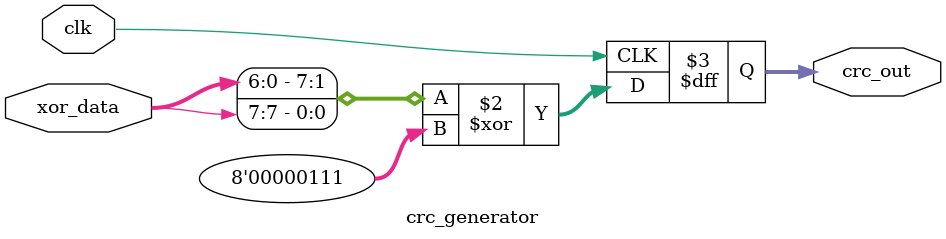
<source format=sv>
module crc_mixed_logic (
    input clk,
    input [15:0] data_in,
    output [7:0] crc
);
    // 内部连线
    wire [7:0] xor_result;
    
    // 实例化数据处理子模块
    data_processor data_proc_inst (
        .data_in(data_in),
        .xor_result(xor_result)
    );
    
    // 实例化CRC生成子模块
    crc_generator crc_gen_inst (
        .clk(clk),
        .xor_data(xor_result),
        .crc_out(crc)
    );
    
endmodule

// 数据处理子模块 - 执行数据异或操作
module data_processor (
    input [15:0] data_in,
    output [7:0] xor_result
);
    // 将输入数据的高8位与低8位异或
    assign xor_result = data_in[15:8] ^ data_in[7:0];
    
endmodule

// CRC生成子模块 - 计算最终CRC值
module crc_generator (
    input clk,
    input [7:0] xor_data,
    output reg [7:0] crc_out
);
    // 旋转一位并与固定值异或
    always @(posedge clk) begin
        crc_out <= {xor_data[6:0], xor_data[7]} ^ 8'h07;
    end
    
endmodule
</source>
